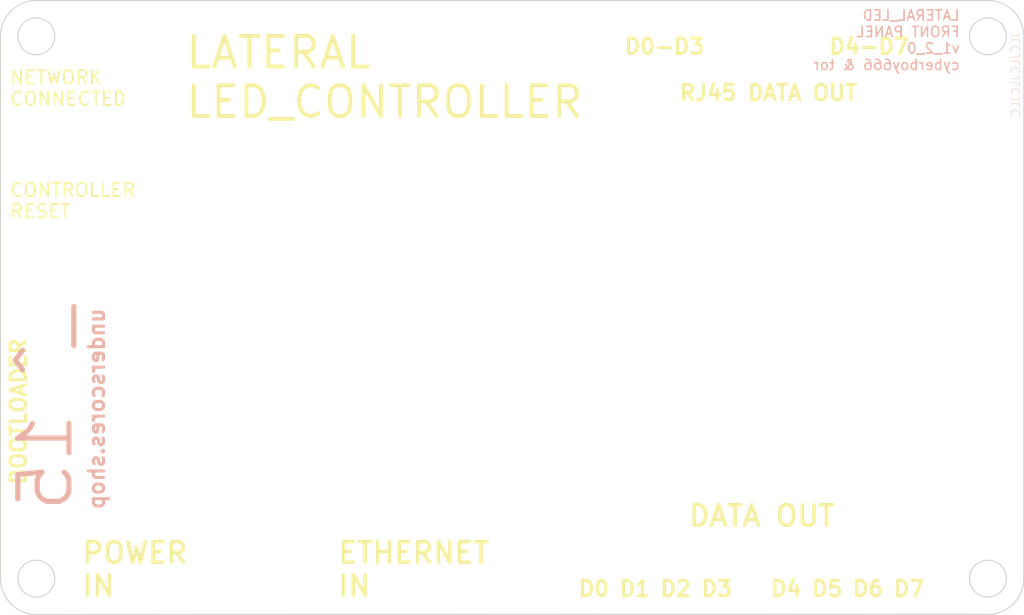
<source format=kicad_pcb>
(kicad_pcb (version 20221018) (generator pcbnew)

  (general
    (thickness 1.6)
  )

  (paper "A4")
  (layers
    (0 "F.Cu" signal)
    (31 "B.Cu" signal)
    (32 "B.Adhes" user "B.Adhesive")
    (33 "F.Adhes" user "F.Adhesive")
    (34 "B.Paste" user)
    (35 "F.Paste" user)
    (36 "B.SilkS" user "B.Silkscreen")
    (37 "F.SilkS" user "F.Silkscreen")
    (38 "B.Mask" user)
    (39 "F.Mask" user)
    (40 "Dwgs.User" user "User.Drawings")
    (41 "Cmts.User" user "User.Comments")
    (42 "Eco1.User" user "User.Eco1")
    (43 "Eco2.User" user "User.Eco2")
    (44 "Edge.Cuts" user)
    (45 "Margin" user)
    (46 "B.CrtYd" user "B.Courtyard")
    (47 "F.CrtYd" user "F.Courtyard")
    (48 "B.Fab" user)
    (49 "F.Fab" user)
    (50 "User.1" user)
    (51 "User.2" user)
    (52 "User.3" user)
    (53 "User.4" user)
    (54 "User.5" user)
    (55 "User.6" user)
    (56 "User.7" user)
    (57 "User.8" user)
    (58 "User.9" user)
  )

  (setup
    (pad_to_mask_clearance 0)
    (pcbplotparams
      (layerselection 0x00010fc_ffffffff)
      (plot_on_all_layers_selection 0x0000000_00000000)
      (disableapertmacros false)
      (usegerberextensions false)
      (usegerberattributes true)
      (usegerberadvancedattributes true)
      (creategerberjobfile true)
      (dashed_line_dash_ratio 12.000000)
      (dashed_line_gap_ratio 3.000000)
      (svgprecision 4)
      (plotframeref false)
      (viasonmask false)
      (mode 1)
      (useauxorigin false)
      (hpglpennumber 1)
      (hpglpenspeed 20)
      (hpglpendiameter 15.000000)
      (dxfpolygonmode true)
      (dxfimperialunits true)
      (dxfusepcbnewfont true)
      (psnegative false)
      (psa4output false)
      (plotreference true)
      (plotvalue true)
      (plotinvisibletext false)
      (sketchpadsonfab false)
      (subtractmaskfromsilk false)
      (outputformat 1)
      (mirror false)
      (drillshape 0)
      (scaleselection 1)
      (outputdirectory "lateral_led_controller_panel_v1_2_0")
    )
  )

  (net 0 "")

  (gr_line (start 189.17 62.63) (end 189.17 115.63)
    (stroke (width 0.1) (type default)) (layer "Edge.Cuts") (tstamp 024d0d92-ef55-44bb-83a1-e3159185f4d8))
  (gr_line (start 183.274874 119.1) (end 92.67 119.13)
    (stroke (width 0.1) (type default)) (layer "Edge.Cuts") (tstamp 0f8e2ee8-0f3c-48f7-8ca1-a9924ba85835))
  (gr_line (start 185.67 119.13) (end 183.274874 119.1)
    (stroke (width 0.1) (type default)) (layer "Edge.Cuts") (tstamp 18e28104-0b6a-4aac-9621-078cdeb531ed))
  (gr_circle (center 185.67 115.63) (end 183.87 115.63)
    (stroke (width 0.1) (type default)) (fill none) (layer "Edge.Cuts") (tstamp 1aa4444c-b00e-4bdc-a32b-62a1895d1ca4))
  (gr_line (start 89.17 115.63) (end 89.17 62.63)
    (stroke (width 0.1) (type default)) (layer "Edge.Cuts") (tstamp 271264cd-9844-43c1-916a-ae8e5dac9c99))
  (gr_circle (center 92.67 62.63) (end 94.47 62.63)
    (stroke (width 0.1) (type default)) (fill none) (layer "Edge.Cuts") (tstamp 30d0ed80-624a-4b7c-858c-6d74265e4efc))
  (gr_arc (start 89.17 62.63) (mid 90.195126 60.155126) (end 92.67 59.13)
    (stroke (width 0.1) (type default)) (layer "Edge.Cuts") (tstamp 32f18910-2d58-4533-b879-32624cd29ddb))
  (gr_arc (start 189.17 115.63) (mid 188.144874 118.104874) (end 185.67 119.13)
    (stroke (width 0.1) (type default)) (layer "Edge.Cuts") (tstamp 679e192d-83be-4fce-b14e-c83d98ba2f55))
  (gr_circle (center 185.67 62.63) (end 183.87 62.63)
    (stroke (width 0.1) (type default)) (fill none) (layer "Edge.Cuts") (tstamp 6e85af6e-645c-4636-b1ff-871339d290b6))
  (gr_circle (center 92.67 115.63) (end 94.47 115.63)
    (stroke (width 0.1) (type default)) (fill none) (layer "Edge.Cuts") (tstamp 76788089-f9f2-4e16-9a62-c1c8661b486f))
  (gr_arc (start 185.67 59.13) (mid 188.144874 60.155126) (end 189.17 62.63)
    (stroke (width 0.1) (type default)) (layer "Edge.Cuts") (tstamp 82d4e5a4-6b65-4d9e-980c-7f86b8daf439))
  (gr_arc (start 92.67 119.13) (mid 90.195126 118.104874) (end 89.17 115.63)
    (stroke (width 0.1) (type default)) (layer "Edge.Cuts") (tstamp b1ece638-cd29-438f-bfe0-57920e490a92))
  (gr_line (start 92.67 59.13) (end 185.67 59.13)
    (stroke (width 0.1) (type default)) (layer "Edge.Cuts") (tstamp dc7a6e1f-b79d-44a2-ac85-1417be21e95c))
  (gr_text "LATERAL_LED\nFRONT PANEL\nv1_2_0\ncyberboy666 & tor" (at 183 66) (layer "B.SilkS") (tstamp 29d209ce-a7c3-460c-a84a-f35689d196f0)
    (effects (font (size 1 1) (thickness 0.15)) (justify left bottom mirror))
  )
  (gr_text "JLCJLCJLCJLC" (at 188.37 66.33 90) (layer "B.SilkS") (tstamp 47bdb49c-99ae-4dd5-a7bd-8c6fdc605096)
    (effects (font (size 0.81 0.81) (thickness 0.04)) (justify mirror))
  )
  (gr_text "_^ 15" (at 93.57 99.03 90) (layer "B.SilkS") (tstamp 5db131ff-ee55-447c-b5d0-0dfd49abc3d0)
    (effects (font (size 5 5) (thickness 0.5)) (justify mirror))
  )
  (gr_text "underscores.shop" (at 98.57 99.03 90) (layer "B.SilkS") (tstamp 65302643-f009-49b9-b0fd-6f1d3400a8b8)
    (effects (font (size 1.5 1.5) (thickness 0.3)) (justify mirror))
  )
  (gr_text "D0-D3" (at 150 64.5) (layer "F.SilkS") (tstamp 0ab8ac17-c86e-4e04-a2af-35b4dbfa7a97)
    (effects (font (size 1.5 1.5) (thickness 0.3) bold) (justify left bottom))
  )
  (gr_text "D1" (at 149.5 117.5) (layer "F.SilkS") (tstamp 15f90fb5-cf70-403c-9f04-1b1f45b49995)
    (effects (font (size 1.5 1.5) (thickness 0.3) bold) (justify left bottom))
  )
  (gr_text "BOOTLOADER" (at 91.8 106.6 90) (layer "F.SilkS") (tstamp 18c8535f-048b-4b6c-adb1-ff960db07c67)
    (effects (font (size 1.5 1.5) (thickness 0.3) bold) (justify left bottom))
  )
  (gr_text "D3" (at 157.5 117.5) (layer "F.SilkS") (tstamp 52f02e1e-74ea-4596-99db-edf3feb59282)
    (effects (font (size 1.5 1.5) (thickness 0.3) bold) (justify left bottom))
  )
  (gr_text "CONTROLLER\nRESET" (at 90 80.5) (layer "F.SilkS") (tstamp 5362ee48-0b16-4eae-a6e6-5db73750cbd4)
    (effects (font (size 1.3 1.3) (thickness 0.18)) (justify left bottom))
  )
  (gr_text "D0" (at 145.5 117.5) (layer "F.SilkS") (tstamp 5bb2c6e5-48b4-4231-8d88-187d8290c403)
    (effects (font (size 1.5 1.5) (thickness 0.3) bold) (justify left bottom))
  )
  (gr_text "D4" (at 164.3 117.5) (layer "F.SilkS") (tstamp 5fe00382-79ad-49d9-b2a4-d5b68882e025)
    (effects (font (size 1.5 1.5) (thickness 0.3) bold) (justify left bottom))
  )
  (gr_text "ETHERNET \nIN" (at 122 117.5) (layer "F.SilkS") (tstamp 900be274-24d8-46ed-94aa-093a5dfa8268)
    (effects (font (size 2 2) (thickness 0.35) bold) (justify left bottom))
  )
  (gr_text "D7" (at 176.3 117.5) (layer "F.SilkS") (tstamp 94e036db-fd0f-47c5-aedb-082a903f00ad)
    (effects (font (size 1.5 1.5) (thickness 0.3) bold) (justify left bottom))
  )
  (gr_text "D2" (at 153.5 117.5) (layer "F.SilkS") (tstamp 98058931-4595-473e-8cde-468e0c1e5459)
    (effects (font (size 1.5 1.5) (thickness 0.3) bold) (justify left bottom))
  )
  (gr_text "RJ45 DATA OUT " (at 174.2 68.15) (layer "F.SilkS") (tstamp b702b56f-f226-43ac-8b6b-8552e6d7f74c)
    (effects (font (size 1.5 1.5) (thickness 0.3) bold) (justify right))
  )
  (gr_text "D6" (at 172.3 117.5) (layer "F.SilkS") (tstamp b96ed37c-c0f3-4c29-b6b0-88daadf6a95a)
    (effects (font (size 1.5 1.5) (thickness 0.3) bold) (justify left bottom))
  )
  (gr_text "POWER \nIN" (at 97 117.5) (layer "F.SilkS") (tstamp c7864170-766a-40de-a3aa-9ed2434882e1)
    (effects (font (size 2 2) (thickness 0.35) bold) (justify left bottom))
  )
  (gr_text "NETWORK\nCONNECTED" (at 90 69.5) (layer "F.SilkS") (tstamp d25e667e-523d-45cd-a4c5-feb84ddc6679)
    (effects (font (size 1.3 1.3) (thickness 0.18)) (justify left bottom))
  )
  (gr_text "DATA OUT" (at 170.9 109.5) (layer "F.SilkS") (tstamp d552aff1-d458-4f69-990b-e5b3ca992765)
    (effects (font (size 2 2) (thickness 0.35) bold) (justify right))
  )
  (gr_text "D5" (at 168.3 117.5) (layer "F.SilkS") (tstamp da9b145f-7a52-458d-9339-749015f36195)
    (effects (font (size 1.5 1.5) (thickness 0.3) bold) (justify left bottom))
  )
  (gr_text "LATERAL\nLED_CONTROLLER" (at 107.1 70.8) (layer "F.SilkS") (tstamp df58818b-351d-4375-ab55-97c582908d52)
    (effects (font (size 3 3) (thickness 0.38)) (justify left bottom))
  )
  (gr_text "D4-D7" (at 170 64.5) (layer "F.SilkS") (tstamp e81473b3-3abb-45ec-8c64-5347697cbc3b)
    (effects (font (size 1.5 1.5) (thickness 0.3) bold) (justify left bottom))
  )

)

</source>
